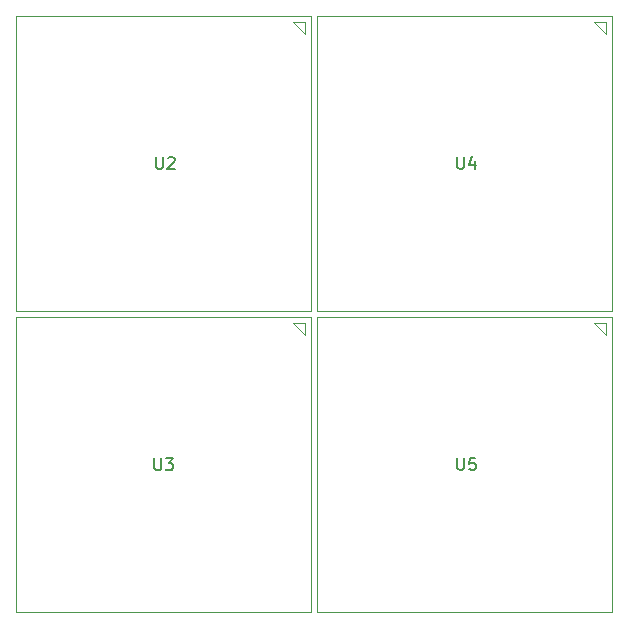
<source format=gbr>
%TF.GenerationSoftware,KiCad,Pcbnew,5.1.9-73d0e3b20d~88~ubuntu20.04.1*%
%TF.CreationDate,2021-03-01T10:08:49-05:00*%
%TF.ProjectId,SiPM_Board,5369504d-5f42-46f6-9172-642e6b696361,rev?*%
%TF.SameCoordinates,Original*%
%TF.FileFunction,Legend,Top*%
%TF.FilePolarity,Positive*%
%FSLAX46Y46*%
G04 Gerber Fmt 4.6, Leading zero omitted, Abs format (unit mm)*
G04 Created by KiCad (PCBNEW 5.1.9-73d0e3b20d~88~ubuntu20.04.1) date 2021-03-01 10:08:49*
%MOMM*%
%LPD*%
G01*
G04 APERTURE LIST*
%ADD10C,0.120000*%
%ADD11C,0.150000*%
G04 APERTURE END LIST*
D10*
%TO.C,U5*%
X174750000Y-101750000D02*
X174750000Y-100750000D01*
X173750000Y-100750000D02*
X174750000Y-101750000D01*
X174750000Y-100750000D02*
X173750000Y-100750000D01*
X150250000Y-100250000D02*
X150250000Y-125250000D01*
X150250000Y-125250000D02*
X175250000Y-125250000D01*
X175250000Y-125250000D02*
X175250000Y-100250000D01*
X175250000Y-100250000D02*
X150250000Y-100250000D01*
%TO.C,U3*%
X149250000Y-101750000D02*
X149250000Y-100750000D01*
X148250000Y-100750000D02*
X149250000Y-101750000D01*
X149250000Y-100750000D02*
X148250000Y-100750000D01*
X124750000Y-100250000D02*
X124750000Y-125250000D01*
X124750000Y-125250000D02*
X149750000Y-125250000D01*
X149750000Y-125250000D02*
X149750000Y-100250000D01*
X149750000Y-100250000D02*
X124750000Y-100250000D01*
%TO.C,U4*%
X175250000Y-74750000D02*
X150250000Y-74750000D01*
X175250000Y-99750000D02*
X175250000Y-74750000D01*
X150250000Y-99750000D02*
X175250000Y-99750000D01*
X150250000Y-74750000D02*
X150250000Y-99750000D01*
X174750000Y-75250000D02*
X173750000Y-75250000D01*
X173750000Y-75250000D02*
X174750000Y-76250000D01*
X174750000Y-76250000D02*
X174750000Y-75250000D01*
%TO.C,U2*%
X149250000Y-76250000D02*
X149250000Y-75250000D01*
X148250000Y-75250000D02*
X149250000Y-76250000D01*
X149250000Y-75250000D02*
X148250000Y-75250000D01*
X124750000Y-74750000D02*
X124750000Y-99750000D01*
X124750000Y-99750000D02*
X149750000Y-99750000D01*
X149750000Y-99750000D02*
X149750000Y-74750000D01*
X149750000Y-74750000D02*
X124750000Y-74750000D01*
%TO.C,U5*%
D11*
X162138095Y-112202380D02*
X162138095Y-113011904D01*
X162185714Y-113107142D01*
X162233333Y-113154761D01*
X162328571Y-113202380D01*
X162519047Y-113202380D01*
X162614285Y-113154761D01*
X162661904Y-113107142D01*
X162709523Y-113011904D01*
X162709523Y-112202380D01*
X163661904Y-112202380D02*
X163185714Y-112202380D01*
X163138095Y-112678571D01*
X163185714Y-112630952D01*
X163280952Y-112583333D01*
X163519047Y-112583333D01*
X163614285Y-112630952D01*
X163661904Y-112678571D01*
X163709523Y-112773809D01*
X163709523Y-113011904D01*
X163661904Y-113107142D01*
X163614285Y-113154761D01*
X163519047Y-113202380D01*
X163280952Y-113202380D01*
X163185714Y-113154761D01*
X163138095Y-113107142D01*
%TO.C,U3*%
X136503095Y-112207380D02*
X136503095Y-113016904D01*
X136550714Y-113112142D01*
X136598333Y-113159761D01*
X136693571Y-113207380D01*
X136884047Y-113207380D01*
X136979285Y-113159761D01*
X137026904Y-113112142D01*
X137074523Y-113016904D01*
X137074523Y-112207380D01*
X137455476Y-112207380D02*
X138074523Y-112207380D01*
X137741190Y-112588333D01*
X137884047Y-112588333D01*
X137979285Y-112635952D01*
X138026904Y-112683571D01*
X138074523Y-112778809D01*
X138074523Y-113016904D01*
X138026904Y-113112142D01*
X137979285Y-113159761D01*
X137884047Y-113207380D01*
X137598333Y-113207380D01*
X137503095Y-113159761D01*
X137455476Y-113112142D01*
%TO.C,U4*%
X162138095Y-86702380D02*
X162138095Y-87511904D01*
X162185714Y-87607142D01*
X162233333Y-87654761D01*
X162328571Y-87702380D01*
X162519047Y-87702380D01*
X162614285Y-87654761D01*
X162661904Y-87607142D01*
X162709523Y-87511904D01*
X162709523Y-86702380D01*
X163614285Y-87035714D02*
X163614285Y-87702380D01*
X163376190Y-86654761D02*
X163138095Y-87369047D01*
X163757142Y-87369047D01*
%TO.C,U2*%
X136638095Y-86702380D02*
X136638095Y-87511904D01*
X136685714Y-87607142D01*
X136733333Y-87654761D01*
X136828571Y-87702380D01*
X137019047Y-87702380D01*
X137114285Y-87654761D01*
X137161904Y-87607142D01*
X137209523Y-87511904D01*
X137209523Y-86702380D01*
X137638095Y-86797619D02*
X137685714Y-86750000D01*
X137780952Y-86702380D01*
X138019047Y-86702380D01*
X138114285Y-86750000D01*
X138161904Y-86797619D01*
X138209523Y-86892857D01*
X138209523Y-86988095D01*
X138161904Y-87130952D01*
X137590476Y-87702380D01*
X138209523Y-87702380D01*
%TD*%
M02*

</source>
